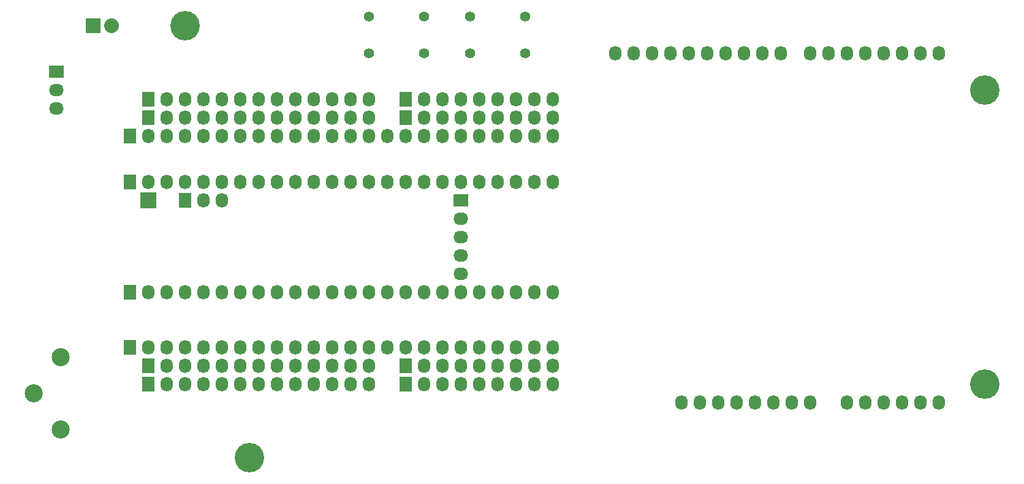
<source format=gbr>
G04 #@! TF.FileFunction,Soldermask,Bot*
%FSLAX46Y46*%
G04 Gerber Fmt 4.6, Leading zero omitted, Abs format (unit mm)*
G04 Created by KiCad (PCBNEW 4.0.4-stable) date 12/01/16 15:34:27*
%MOMM*%
%LPD*%
G01*
G04 APERTURE LIST*
%ADD10C,0.100000*%
%ADD11R,1.727200X2.032000*%
%ADD12O,1.727200X2.032000*%
%ADD13C,4.064000*%
%ADD14C,2.499360*%
%ADD15R,2.032000X1.727200*%
%ADD16O,2.032000X1.727200*%
%ADD17R,2.235200X2.235200*%
%ADD18R,2.032000X2.032000*%
%ADD19O,2.032000X2.032000*%
%ADD20C,1.397000*%
G04 APERTURE END LIST*
D10*
D11*
X57658000Y-116205000D03*
D12*
X60198000Y-116205000D03*
X62738000Y-116205000D03*
X65278000Y-116205000D03*
X67818000Y-116205000D03*
X70358000Y-116205000D03*
X72898000Y-116205000D03*
X75438000Y-116205000D03*
X77978000Y-116205000D03*
X80518000Y-116205000D03*
X83058000Y-116205000D03*
X85598000Y-116205000D03*
X88138000Y-116205000D03*
X90678000Y-116205000D03*
X93218000Y-116205000D03*
X95758000Y-116205000D03*
X98298000Y-116205000D03*
X100838000Y-116205000D03*
X103378000Y-116205000D03*
X105918000Y-116205000D03*
X108458000Y-116205000D03*
X110998000Y-116205000D03*
X113538000Y-116205000D03*
X116078000Y-116205000D03*
X133858000Y-123825000D03*
X136398000Y-123825000D03*
X138938000Y-123825000D03*
X141478000Y-123825000D03*
X144018000Y-123825000D03*
X146558000Y-123825000D03*
X149098000Y-123825000D03*
X151638000Y-123825000D03*
X156718000Y-123825000D03*
X159258000Y-123825000D03*
X161798000Y-123825000D03*
X164338000Y-123825000D03*
X166878000Y-123825000D03*
X169418000Y-123825000D03*
X124714000Y-75565000D03*
X127254000Y-75565000D03*
X129794000Y-75565000D03*
X132334000Y-75565000D03*
X134874000Y-75565000D03*
X137414000Y-75565000D03*
X139954000Y-75565000D03*
X142494000Y-75565000D03*
X145034000Y-75565000D03*
X147574000Y-75565000D03*
X151638000Y-75565000D03*
X154178000Y-75565000D03*
X156718000Y-75565000D03*
X159258000Y-75565000D03*
X161798000Y-75565000D03*
X164338000Y-75565000D03*
X166878000Y-75565000D03*
X169418000Y-75565000D03*
D13*
X74168000Y-131445000D03*
X175768000Y-121285000D03*
X65278000Y-71755000D03*
X175768000Y-80645000D03*
D14*
X48127920Y-127556260D03*
X44328080Y-122555000D03*
X48127920Y-117553740D03*
D11*
X95758000Y-121285000D03*
D12*
X98298000Y-121285000D03*
X100838000Y-121285000D03*
X103378000Y-121285000D03*
X105918000Y-121285000D03*
X108458000Y-121285000D03*
X110998000Y-121285000D03*
X113538000Y-121285000D03*
X116078000Y-121285000D03*
D11*
X95758000Y-118745000D03*
D12*
X98298000Y-118745000D03*
X100838000Y-118745000D03*
X103378000Y-118745000D03*
X105918000Y-118745000D03*
X108458000Y-118745000D03*
X110998000Y-118745000D03*
X113538000Y-118745000D03*
X116078000Y-118745000D03*
D11*
X60198000Y-121285000D03*
D12*
X62738000Y-121285000D03*
X65278000Y-121285000D03*
X67818000Y-121285000D03*
X70358000Y-121285000D03*
X72898000Y-121285000D03*
X75438000Y-121285000D03*
X77978000Y-121285000D03*
X80518000Y-121285000D03*
X83058000Y-121285000D03*
X85598000Y-121285000D03*
X88138000Y-121285000D03*
X90678000Y-121285000D03*
D11*
X95758000Y-84455000D03*
D12*
X98298000Y-84455000D03*
X100838000Y-84455000D03*
X103378000Y-84455000D03*
X105918000Y-84455000D03*
X108458000Y-84455000D03*
X110998000Y-84455000D03*
X113538000Y-84455000D03*
X116078000Y-84455000D03*
D11*
X60198000Y-118745000D03*
D12*
X62738000Y-118745000D03*
X65278000Y-118745000D03*
X67818000Y-118745000D03*
X70358000Y-118745000D03*
X72898000Y-118745000D03*
X75438000Y-118745000D03*
X77978000Y-118745000D03*
X80518000Y-118745000D03*
X83058000Y-118745000D03*
X85598000Y-118745000D03*
X88138000Y-118745000D03*
X90678000Y-118745000D03*
D11*
X95758000Y-81915000D03*
D12*
X98298000Y-81915000D03*
X100838000Y-81915000D03*
X103378000Y-81915000D03*
X105918000Y-81915000D03*
X108458000Y-81915000D03*
X110998000Y-81915000D03*
X113538000Y-81915000D03*
X116078000Y-81915000D03*
D11*
X57658000Y-108585000D03*
D12*
X60198000Y-108585000D03*
X62738000Y-108585000D03*
X65278000Y-108585000D03*
X67818000Y-108585000D03*
X70358000Y-108585000D03*
X72898000Y-108585000D03*
X75438000Y-108585000D03*
X77978000Y-108585000D03*
X80518000Y-108585000D03*
X83058000Y-108585000D03*
X85598000Y-108585000D03*
X88138000Y-108585000D03*
X90678000Y-108585000D03*
X93218000Y-108585000D03*
X95758000Y-108585000D03*
X98298000Y-108585000D03*
X100838000Y-108585000D03*
X103378000Y-108585000D03*
X105918000Y-108585000D03*
X108458000Y-108585000D03*
X110998000Y-108585000D03*
X113538000Y-108585000D03*
X116078000Y-108585000D03*
D15*
X103378000Y-95885000D03*
D16*
X103378000Y-98425000D03*
X103378000Y-100965000D03*
X103378000Y-103505000D03*
X103378000Y-106045000D03*
D11*
X65278000Y-95885000D03*
D12*
X67818000Y-95885000D03*
X70358000Y-95885000D03*
D15*
X47498000Y-78105000D03*
D16*
X47498000Y-80645000D03*
X47498000Y-83185000D03*
D17*
X60198000Y-95885000D03*
D11*
X57658000Y-93345000D03*
D12*
X60198000Y-93345000D03*
X62738000Y-93345000D03*
X65278000Y-93345000D03*
X67818000Y-93345000D03*
X70358000Y-93345000D03*
X72898000Y-93345000D03*
X75438000Y-93345000D03*
X77978000Y-93345000D03*
X80518000Y-93345000D03*
X83058000Y-93345000D03*
X85598000Y-93345000D03*
X88138000Y-93345000D03*
X90678000Y-93345000D03*
X93218000Y-93345000D03*
X95758000Y-93345000D03*
X98298000Y-93345000D03*
X100838000Y-93345000D03*
X103378000Y-93345000D03*
X105918000Y-93345000D03*
X108458000Y-93345000D03*
X110998000Y-93345000D03*
X113538000Y-93345000D03*
X116078000Y-93345000D03*
D18*
X52578000Y-71755000D03*
D19*
X55118000Y-71755000D03*
D11*
X57658000Y-86995000D03*
D12*
X60198000Y-86995000D03*
X62738000Y-86995000D03*
X65278000Y-86995000D03*
X67818000Y-86995000D03*
X70358000Y-86995000D03*
X72898000Y-86995000D03*
X75438000Y-86995000D03*
X77978000Y-86995000D03*
X80518000Y-86995000D03*
X83058000Y-86995000D03*
X85598000Y-86995000D03*
X88138000Y-86995000D03*
X90678000Y-86995000D03*
X93218000Y-86995000D03*
X95758000Y-86995000D03*
X98298000Y-86995000D03*
X100838000Y-86995000D03*
X103378000Y-86995000D03*
X105918000Y-86995000D03*
X108458000Y-86995000D03*
X110998000Y-86995000D03*
X113538000Y-86995000D03*
X116078000Y-86995000D03*
D11*
X60198000Y-84455000D03*
D12*
X62738000Y-84455000D03*
X65278000Y-84455000D03*
X67818000Y-84455000D03*
X70358000Y-84455000D03*
X72898000Y-84455000D03*
X75438000Y-84455000D03*
X77978000Y-84455000D03*
X80518000Y-84455000D03*
X83058000Y-84455000D03*
X85598000Y-84455000D03*
X88138000Y-84455000D03*
X90678000Y-84455000D03*
D11*
X60198000Y-81915000D03*
D12*
X62738000Y-81915000D03*
X65278000Y-81915000D03*
X67818000Y-81915000D03*
X70358000Y-81915000D03*
X72898000Y-81915000D03*
X75438000Y-81915000D03*
X77978000Y-81915000D03*
X80518000Y-81915000D03*
X83058000Y-81915000D03*
X85598000Y-81915000D03*
X88138000Y-81915000D03*
X90678000Y-81915000D03*
D20*
X112268000Y-70485000D03*
X112268000Y-75565000D03*
X104648000Y-70485000D03*
X104648000Y-75565000D03*
X98298000Y-70485000D03*
X98298000Y-75565000D03*
X90678000Y-70485000D03*
X90678000Y-75565000D03*
M02*

</source>
